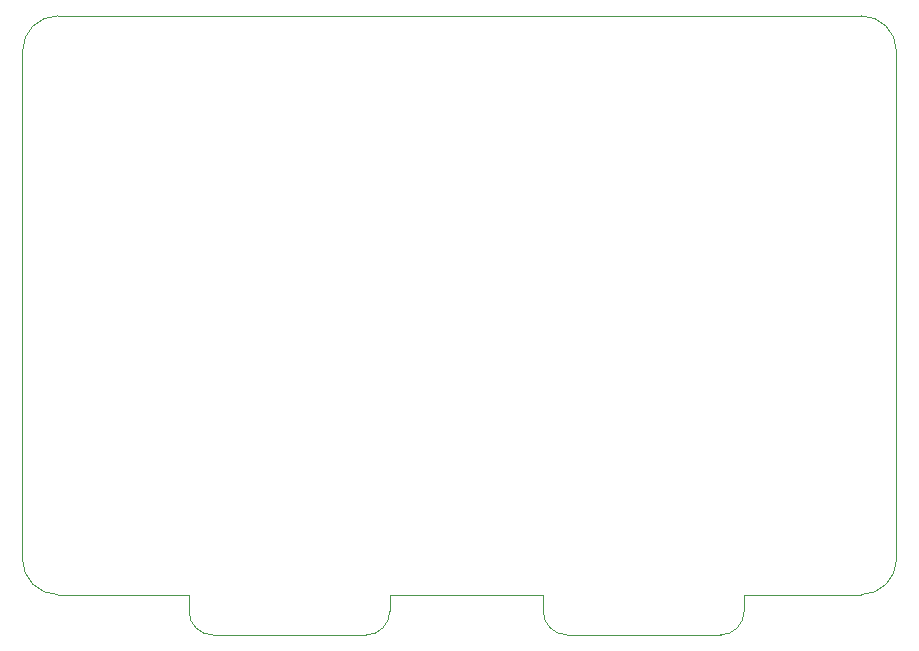
<source format=gm1>
G04 Layer_Color=16711935*
%FSLAX25Y25*%
%MOIN*%
G70*
G01*
G75*
%ADD66C,0.00394*%
D66*
X102753Y-194580D02*
G03*
X110628Y-186706I0J7874D01*
G01*
X43698D02*
G03*
X51572Y-194580I7874J0D01*
G01*
X267717Y-181134D02*
G03*
X279528Y-169323I0J11811D01*
G01*
Y0D02*
G03*
X267717Y11811I-11811J0D01*
G01*
X-11811Y-169323D02*
G03*
X0Y-181134I11811J0D01*
G01*
Y11811D02*
G03*
X-11811Y0I0J-11811D01*
G01*
X161809Y-186706D02*
G03*
X169683Y-194580I7874J0D01*
G01*
X220864D02*
G03*
X228738Y-186706I0J7874D01*
G01*
X110628Y-181134D02*
X157481D01*
X110628Y-186706D02*
Y-181134D01*
X43698Y-186706D02*
Y-181134D01*
X51572Y-194580D02*
X102753D01*
X157481Y-181135D02*
X161809D01*
X259928Y-181134D02*
X267717D01*
X279528Y-169323D02*
Y0D01*
X0Y11811D02*
X267717D01*
X228738Y-181135D02*
X259927D01*
X0Y-181134D02*
X43698D01*
X-11811Y-169323D02*
Y0D01*
X161809Y-186706D02*
Y-181134D01*
X169683Y-194580D02*
X220864D01*
X228738Y-186706D02*
Y-181134D01*
M02*

</source>
